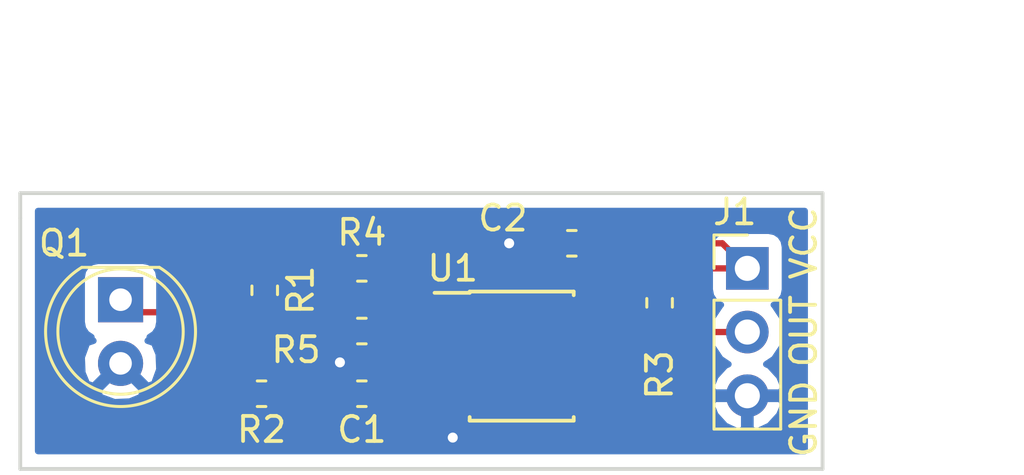
<source format=kicad_pcb>
(kicad_pcb (version 20171130) (host pcbnew "(5.0.2)-1")

  (general
    (thickness 1.6)
    (drawings 10)
    (tracks 44)
    (zones 0)
    (modules 10)
    (nets 7)
  )

  (page A4)
  (layers
    (0 F.Cu signal)
    (31 B.Cu signal hide)
    (32 B.Adhes user)
    (33 F.Adhes user)
    (34 B.Paste user)
    (35 F.Paste user)
    (36 B.SilkS user)
    (37 F.SilkS user)
    (38 B.Mask user)
    (39 F.Mask user)
    (40 Dwgs.User user)
    (41 Cmts.User user)
    (42 Eco1.User user)
    (43 Eco2.User user)
    (44 Edge.Cuts user)
    (45 Margin user)
    (46 B.CrtYd user)
    (47 F.CrtYd user)
    (48 B.Fab user)
    (49 F.Fab user)
  )

  (setup
    (last_trace_width 0.25)
    (trace_clearance 0.2)
    (zone_clearance 0.508)
    (zone_45_only no)
    (trace_min 0.2)
    (segment_width 0.2)
    (edge_width 0.15)
    (via_size 0.8)
    (via_drill 0.4)
    (via_min_size 0.4)
    (via_min_drill 0.3)
    (uvia_size 0.3)
    (uvia_drill 0.1)
    (uvias_allowed no)
    (uvia_min_size 0.2)
    (uvia_min_drill 0.1)
    (pcb_text_width 0.3)
    (pcb_text_size 1.5 1.5)
    (mod_edge_width 0.15)
    (mod_text_size 1 1)
    (mod_text_width 0.15)
    (pad_size 1.524 1.524)
    (pad_drill 0.762)
    (pad_to_mask_clearance 0.051)
    (solder_mask_min_width 0.25)
    (aux_axis_origin 0 0)
    (visible_elements FFFDFF7F)
    (pcbplotparams
      (layerselection 0x010fc_ffffffff)
      (usegerberextensions false)
      (usegerberattributes false)
      (usegerberadvancedattributes false)
      (creategerberjobfile false)
      (excludeedgelayer true)
      (linewidth 0.100000)
      (plotframeref false)
      (viasonmask false)
      (mode 1)
      (useauxorigin false)
      (hpglpennumber 1)
      (hpglpenspeed 20)
      (hpglpendiameter 15.000000)
      (psnegative false)
      (psa4output false)
      (plotreference true)
      (plotvalue true)
      (plotinvisibletext false)
      (padsonsilk false)
      (subtractmaskfromsilk false)
      (outputformat 1)
      (mirror false)
      (drillshape 1)
      (scaleselection 1)
      (outputdirectory ""))
  )

  (net 0 "")
  (net 1 "Net-(C1-Pad1)")
  (net 2 GND)
  (net 3 VCC)
  (net 4 /OUT)
  (net 5 "Net-(Q1-Pad1)")
  (net 6 "Net-(R4-Pad2)")

  (net_class Default "This is the default net class."
    (clearance 0.2)
    (trace_width 0.25)
    (via_dia 0.8)
    (via_drill 0.4)
    (uvia_dia 0.3)
    (uvia_drill 0.1)
    (add_net /OUT)
    (add_net GND)
    (add_net "Net-(C1-Pad1)")
    (add_net "Net-(Q1-Pad1)")
    (add_net "Net-(R4-Pad2)")
    (add_net VCC)
  )

  (module Capacitor_SMD:C_0603_1608Metric_Pad1.05x0.95mm_HandSolder (layer F.Cu) (tedit 5B301BBE) (tstamp 5D313643)
    (at 147.625 107 180)
    (descr "Capacitor SMD 0603 (1608 Metric), square (rectangular) end terminal, IPC_7351 nominal with elongated pad for handsoldering. (Body size source: http://www.tortai-tech.com/upload/download/2011102023233369053.pdf), generated with kicad-footprint-generator")
    (tags "capacitor handsolder")
    (path /5D249CCC)
    (attr smd)
    (fp_text reference C1 (at 0 -1.43 180) (layer F.SilkS)
      (effects (font (size 1 1) (thickness 0.15)))
    )
    (fp_text value 100n (at 0 1.43 180) (layer F.Fab)
      (effects (font (size 1 1) (thickness 0.15)))
    )
    (fp_line (start -0.8 0.4) (end -0.8 -0.4) (layer F.Fab) (width 0.1))
    (fp_line (start -0.8 -0.4) (end 0.8 -0.4) (layer F.Fab) (width 0.1))
    (fp_line (start 0.8 -0.4) (end 0.8 0.4) (layer F.Fab) (width 0.1))
    (fp_line (start 0.8 0.4) (end -0.8 0.4) (layer F.Fab) (width 0.1))
    (fp_line (start -0.171267 -0.51) (end 0.171267 -0.51) (layer F.SilkS) (width 0.12))
    (fp_line (start -0.171267 0.51) (end 0.171267 0.51) (layer F.SilkS) (width 0.12))
    (fp_line (start -1.65 0.73) (end -1.65 -0.73) (layer F.CrtYd) (width 0.05))
    (fp_line (start -1.65 -0.73) (end 1.65 -0.73) (layer F.CrtYd) (width 0.05))
    (fp_line (start 1.65 -0.73) (end 1.65 0.73) (layer F.CrtYd) (width 0.05))
    (fp_line (start 1.65 0.73) (end -1.65 0.73) (layer F.CrtYd) (width 0.05))
    (fp_text user %R (at 0 0 180) (layer F.Fab)
      (effects (font (size 0.4 0.4) (thickness 0.06)))
    )
    (pad 1 smd roundrect (at -0.875 0 180) (size 1.05 0.95) (layers F.Cu F.Paste F.Mask) (roundrect_rratio 0.25)
      (net 1 "Net-(C1-Pad1)"))
    (pad 2 smd roundrect (at 0.875 0 180) (size 1.05 0.95) (layers F.Cu F.Paste F.Mask) (roundrect_rratio 0.25)
      (net 2 GND))
    (model ${KISYS3DMOD}/Capacitor_SMD.3dshapes/C_0603_1608Metric.wrl
      (at (xyz 0 0 0))
      (scale (xyz 1 1 1))
      (rotate (xyz 0 0 0))
    )
  )

  (module Connector_PinHeader_2.54mm:PinHeader_1x03_P2.54mm_Vertical (layer F.Cu) (tedit 59FED5CC) (tstamp 5D31365A)
    (at 163 102)
    (descr "Through hole straight pin header, 1x03, 2.54mm pitch, single row")
    (tags "Through hole pin header THT 1x03 2.54mm single row")
    (path /5D24BFD5)
    (fp_text reference J1 (at -0.5 -2.25) (layer F.SilkS)
      (effects (font (size 1 1) (thickness 0.15)))
    )
    (fp_text value Conn_01x03 (at 0 7.41) (layer F.Fab)
      (effects (font (size 1 1) (thickness 0.15)))
    )
    (fp_line (start -0.635 -1.27) (end 1.27 -1.27) (layer F.Fab) (width 0.1))
    (fp_line (start 1.27 -1.27) (end 1.27 6.35) (layer F.Fab) (width 0.1))
    (fp_line (start 1.27 6.35) (end -1.27 6.35) (layer F.Fab) (width 0.1))
    (fp_line (start -1.27 6.35) (end -1.27 -0.635) (layer F.Fab) (width 0.1))
    (fp_line (start -1.27 -0.635) (end -0.635 -1.27) (layer F.Fab) (width 0.1))
    (fp_line (start -1.33 6.41) (end 1.33 6.41) (layer F.SilkS) (width 0.12))
    (fp_line (start -1.33 1.27) (end -1.33 6.41) (layer F.SilkS) (width 0.12))
    (fp_line (start 1.33 1.27) (end 1.33 6.41) (layer F.SilkS) (width 0.12))
    (fp_line (start -1.33 1.27) (end 1.33 1.27) (layer F.SilkS) (width 0.12))
    (fp_line (start -1.33 0) (end -1.33 -1.33) (layer F.SilkS) (width 0.12))
    (fp_line (start -1.33 -1.33) (end 0 -1.33) (layer F.SilkS) (width 0.12))
    (fp_line (start -1.8 -1.8) (end -1.8 6.85) (layer F.CrtYd) (width 0.05))
    (fp_line (start -1.8 6.85) (end 1.8 6.85) (layer F.CrtYd) (width 0.05))
    (fp_line (start 1.8 6.85) (end 1.8 -1.8) (layer F.CrtYd) (width 0.05))
    (fp_line (start 1.8 -1.8) (end -1.8 -1.8) (layer F.CrtYd) (width 0.05))
    (fp_text user %R (at 0 2.54 90) (layer F.Fab)
      (effects (font (size 1 1) (thickness 0.15)))
    )
    (pad 1 thru_hole rect (at 0 0) (size 1.7 1.7) (drill 1) (layers *.Cu *.Mask)
      (net 3 VCC))
    (pad 2 thru_hole oval (at 0 2.54) (size 1.7 1.7) (drill 1) (layers *.Cu *.Mask)
      (net 4 /OUT))
    (pad 3 thru_hole oval (at 0 5.08) (size 1.7 1.7) (drill 1) (layers *.Cu *.Mask)
      (net 2 GND))
    (model ${KISYS3DMOD}/Connector_PinHeader_2.54mm.3dshapes/PinHeader_1x03_P2.54mm_Vertical.wrl
      (at (xyz 0 0 0))
      (scale (xyz 1 1 1))
      (rotate (xyz 0 0 0))
    )
  )

  (module LED_THT:LED_D5.0mm (layer F.Cu) (tedit 5995936A) (tstamp 5D31366C)
    (at 138 103.25 270)
    (descr "LED, diameter 5.0mm, 2 pins, http://cdn-reichelt.de/documents/datenblatt/A500/LL-504BC2E-009.pdf")
    (tags "LED diameter 5.0mm 2 pins")
    (path /5D24A385)
    (fp_text reference Q1 (at -2.25 2.25) (layer F.SilkS)
      (effects (font (size 1 1) (thickness 0.15)))
    )
    (fp_text value NPN (at 1.27 3.96 270) (layer F.Fab)
      (effects (font (size 1 1) (thickness 0.15)))
    )
    (fp_arc (start 1.27 0) (end -1.23 -1.469694) (angle 299.1) (layer F.Fab) (width 0.1))
    (fp_arc (start 1.27 0) (end -1.29 -1.54483) (angle 148.9) (layer F.SilkS) (width 0.12))
    (fp_arc (start 1.27 0) (end -1.29 1.54483) (angle -148.9) (layer F.SilkS) (width 0.12))
    (fp_circle (center 1.27 0) (end 3.77 0) (layer F.Fab) (width 0.1))
    (fp_circle (center 1.27 0) (end 3.77 0) (layer F.SilkS) (width 0.12))
    (fp_line (start -1.23 -1.469694) (end -1.23 1.469694) (layer F.Fab) (width 0.1))
    (fp_line (start -1.29 -1.545) (end -1.29 1.545) (layer F.SilkS) (width 0.12))
    (fp_line (start -1.95 -3.25) (end -1.95 3.25) (layer F.CrtYd) (width 0.05))
    (fp_line (start -1.95 3.25) (end 4.5 3.25) (layer F.CrtYd) (width 0.05))
    (fp_line (start 4.5 3.25) (end 4.5 -3.25) (layer F.CrtYd) (width 0.05))
    (fp_line (start 4.5 -3.25) (end -1.95 -3.25) (layer F.CrtYd) (width 0.05))
    (fp_text user %R (at 1.25 0 270) (layer F.Fab)
      (effects (font (size 0.8 0.8) (thickness 0.2)))
    )
    (pad 1 thru_hole rect (at 0 0 270) (size 1.8 1.8) (drill 0.9) (layers *.Cu *.Mask)
      (net 5 "Net-(Q1-Pad1)"))
    (pad 2 thru_hole circle (at 2.54 0 270) (size 1.8 1.8) (drill 0.9) (layers *.Cu *.Mask)
      (net 2 GND))
    (model ${KISYS3DMOD}/LED_THT.3dshapes/LED_D5.0mm.wrl
      (at (xyz 0 0 0))
      (scale (xyz 1 1 1))
      (rotate (xyz 0 0 0))
    )
  )

  (module Resistor_SMD:R_0603_1608Metric_Pad1.05x0.95mm_HandSolder (layer F.Cu) (tedit 5B301BBD) (tstamp 5D31367D)
    (at 143.75 102.875 270)
    (descr "Resistor SMD 0603 (1608 Metric), square (rectangular) end terminal, IPC_7351 nominal with elongated pad for handsoldering. (Body size source: http://www.tortai-tech.com/upload/download/2011102023233369053.pdf), generated with kicad-footprint-generator")
    (tags "resistor handsolder")
    (path /5D249C22)
    (attr smd)
    (fp_text reference R1 (at 0 -1.43 270) (layer F.SilkS)
      (effects (font (size 1 1) (thickness 0.15)))
    )
    (fp_text value 10k (at 0 1.43 270) (layer F.Fab)
      (effects (font (size 1 1) (thickness 0.15)))
    )
    (fp_line (start -0.8 0.4) (end -0.8 -0.4) (layer F.Fab) (width 0.1))
    (fp_line (start -0.8 -0.4) (end 0.8 -0.4) (layer F.Fab) (width 0.1))
    (fp_line (start 0.8 -0.4) (end 0.8 0.4) (layer F.Fab) (width 0.1))
    (fp_line (start 0.8 0.4) (end -0.8 0.4) (layer F.Fab) (width 0.1))
    (fp_line (start -0.171267 -0.51) (end 0.171267 -0.51) (layer F.SilkS) (width 0.12))
    (fp_line (start -0.171267 0.51) (end 0.171267 0.51) (layer F.SilkS) (width 0.12))
    (fp_line (start -1.65 0.73) (end -1.65 -0.73) (layer F.CrtYd) (width 0.05))
    (fp_line (start -1.65 -0.73) (end 1.65 -0.73) (layer F.CrtYd) (width 0.05))
    (fp_line (start 1.65 -0.73) (end 1.65 0.73) (layer F.CrtYd) (width 0.05))
    (fp_line (start 1.65 0.73) (end -1.65 0.73) (layer F.CrtYd) (width 0.05))
    (fp_text user %R (at 0 0 270) (layer F.Fab)
      (effects (font (size 0.4 0.4) (thickness 0.06)))
    )
    (pad 1 smd roundrect (at -0.875 0 270) (size 1.05 0.95) (layers F.Cu F.Paste F.Mask) (roundrect_rratio 0.25)
      (net 3 VCC))
    (pad 2 smd roundrect (at 0.875 0 270) (size 1.05 0.95) (layers F.Cu F.Paste F.Mask) (roundrect_rratio 0.25)
      (net 5 "Net-(Q1-Pad1)"))
    (model ${KISYS3DMOD}/Resistor_SMD.3dshapes/R_0603_1608Metric.wrl
      (at (xyz 0 0 0))
      (scale (xyz 1 1 1))
      (rotate (xyz 0 0 0))
    )
  )

  (module Resistor_SMD:R_0603_1608Metric_Pad1.05x0.95mm_HandSolder (layer F.Cu) (tedit 5B301BBD) (tstamp 5D31368E)
    (at 143.625 107 180)
    (descr "Resistor SMD 0603 (1608 Metric), square (rectangular) end terminal, IPC_7351 nominal with elongated pad for handsoldering. (Body size source: http://www.tortai-tech.com/upload/download/2011102023233369053.pdf), generated with kicad-footprint-generator")
    (tags "resistor handsolder")
    (path /5D24A0F5)
    (attr smd)
    (fp_text reference R2 (at 0 -1.43 180) (layer F.SilkS)
      (effects (font (size 1 1) (thickness 0.15)))
    )
    (fp_text value 10k (at 0 1.43 180) (layer F.Fab)
      (effects (font (size 1 1) (thickness 0.15)))
    )
    (fp_text user %R (at 0 0 180) (layer F.Fab)
      (effects (font (size 0.4 0.4) (thickness 0.06)))
    )
    (fp_line (start 1.65 0.73) (end -1.65 0.73) (layer F.CrtYd) (width 0.05))
    (fp_line (start 1.65 -0.73) (end 1.65 0.73) (layer F.CrtYd) (width 0.05))
    (fp_line (start -1.65 -0.73) (end 1.65 -0.73) (layer F.CrtYd) (width 0.05))
    (fp_line (start -1.65 0.73) (end -1.65 -0.73) (layer F.CrtYd) (width 0.05))
    (fp_line (start -0.171267 0.51) (end 0.171267 0.51) (layer F.SilkS) (width 0.12))
    (fp_line (start -0.171267 -0.51) (end 0.171267 -0.51) (layer F.SilkS) (width 0.12))
    (fp_line (start 0.8 0.4) (end -0.8 0.4) (layer F.Fab) (width 0.1))
    (fp_line (start 0.8 -0.4) (end 0.8 0.4) (layer F.Fab) (width 0.1))
    (fp_line (start -0.8 -0.4) (end 0.8 -0.4) (layer F.Fab) (width 0.1))
    (fp_line (start -0.8 0.4) (end -0.8 -0.4) (layer F.Fab) (width 0.1))
    (pad 2 smd roundrect (at 0.875 0 180) (size 1.05 0.95) (layers F.Cu F.Paste F.Mask) (roundrect_rratio 0.25)
      (net 5 "Net-(Q1-Pad1)"))
    (pad 1 smd roundrect (at -0.875 0 180) (size 1.05 0.95) (layers F.Cu F.Paste F.Mask) (roundrect_rratio 0.25)
      (net 1 "Net-(C1-Pad1)"))
    (model ${KISYS3DMOD}/Resistor_SMD.3dshapes/R_0603_1608Metric.wrl
      (at (xyz 0 0 0))
      (scale (xyz 1 1 1))
      (rotate (xyz 0 0 0))
    )
  )

  (module Resistor_SMD:R_0603_1608Metric_Pad1.05x0.95mm_HandSolder (layer F.Cu) (tedit 5B301BBD) (tstamp 5D31369F)
    (at 159.5 103.375 270)
    (descr "Resistor SMD 0603 (1608 Metric), square (rectangular) end terminal, IPC_7351 nominal with elongated pad for handsoldering. (Body size source: http://www.tortai-tech.com/upload/download/2011102023233369053.pdf), generated with kicad-footprint-generator")
    (tags "resistor handsolder")
    (path /5D24AE13)
    (attr smd)
    (fp_text reference R3 (at 2.875 0 270) (layer F.SilkS)
      (effects (font (size 1 1) (thickness 0.15)))
    )
    (fp_text value 10k (at 0 1.43 270) (layer F.Fab)
      (effects (font (size 1 1) (thickness 0.15)))
    )
    (fp_line (start -0.8 0.4) (end -0.8 -0.4) (layer F.Fab) (width 0.1))
    (fp_line (start -0.8 -0.4) (end 0.8 -0.4) (layer F.Fab) (width 0.1))
    (fp_line (start 0.8 -0.4) (end 0.8 0.4) (layer F.Fab) (width 0.1))
    (fp_line (start 0.8 0.4) (end -0.8 0.4) (layer F.Fab) (width 0.1))
    (fp_line (start -0.171267 -0.51) (end 0.171267 -0.51) (layer F.SilkS) (width 0.12))
    (fp_line (start -0.171267 0.51) (end 0.171267 0.51) (layer F.SilkS) (width 0.12))
    (fp_line (start -1.65 0.73) (end -1.65 -0.73) (layer F.CrtYd) (width 0.05))
    (fp_line (start -1.65 -0.73) (end 1.65 -0.73) (layer F.CrtYd) (width 0.05))
    (fp_line (start 1.65 -0.73) (end 1.65 0.73) (layer F.CrtYd) (width 0.05))
    (fp_line (start 1.65 0.73) (end -1.65 0.73) (layer F.CrtYd) (width 0.05))
    (fp_text user %R (at 0 0 270) (layer F.Fab)
      (effects (font (size 0.4 0.4) (thickness 0.06)))
    )
    (pad 1 smd roundrect (at -0.875 0 270) (size 1.05 0.95) (layers F.Cu F.Paste F.Mask) (roundrect_rratio 0.25)
      (net 3 VCC))
    (pad 2 smd roundrect (at 0.875 0 270) (size 1.05 0.95) (layers F.Cu F.Paste F.Mask) (roundrect_rratio 0.25)
      (net 4 /OUT))
    (model ${KISYS3DMOD}/Resistor_SMD.3dshapes/R_0603_1608Metric.wrl
      (at (xyz 0 0 0))
      (scale (xyz 1 1 1))
      (rotate (xyz 0 0 0))
    )
  )

  (module Resistor_SMD:R_0603_1608Metric_Pad1.05x0.95mm_HandSolder (layer F.Cu) (tedit 5B301BBD) (tstamp 5D3136B0)
    (at 147.625 102)
    (descr "Resistor SMD 0603 (1608 Metric), square (rectangular) end terminal, IPC_7351 nominal with elongated pad for handsoldering. (Body size source: http://www.tortai-tech.com/upload/download/2011102023233369053.pdf), generated with kicad-footprint-generator")
    (tags "resistor handsolder")
    (path /5D24CE01)
    (attr smd)
    (fp_text reference R4 (at 0 -1.43) (layer F.SilkS)
      (effects (font (size 1 1) (thickness 0.15)))
    )
    (fp_text value 1k (at 0 1.43) (layer F.Fab)
      (effects (font (size 1 1) (thickness 0.15)))
    )
    (fp_line (start -0.8 0.4) (end -0.8 -0.4) (layer F.Fab) (width 0.1))
    (fp_line (start -0.8 -0.4) (end 0.8 -0.4) (layer F.Fab) (width 0.1))
    (fp_line (start 0.8 -0.4) (end 0.8 0.4) (layer F.Fab) (width 0.1))
    (fp_line (start 0.8 0.4) (end -0.8 0.4) (layer F.Fab) (width 0.1))
    (fp_line (start -0.171267 -0.51) (end 0.171267 -0.51) (layer F.SilkS) (width 0.12))
    (fp_line (start -0.171267 0.51) (end 0.171267 0.51) (layer F.SilkS) (width 0.12))
    (fp_line (start -1.65 0.73) (end -1.65 -0.73) (layer F.CrtYd) (width 0.05))
    (fp_line (start -1.65 -0.73) (end 1.65 -0.73) (layer F.CrtYd) (width 0.05))
    (fp_line (start 1.65 -0.73) (end 1.65 0.73) (layer F.CrtYd) (width 0.05))
    (fp_line (start 1.65 0.73) (end -1.65 0.73) (layer F.CrtYd) (width 0.05))
    (fp_text user %R (at 0 0) (layer F.Fab)
      (effects (font (size 0.4 0.4) (thickness 0.06)))
    )
    (pad 1 smd roundrect (at -0.875 0) (size 1.05 0.95) (layers F.Cu F.Paste F.Mask) (roundrect_rratio 0.25)
      (net 5 "Net-(Q1-Pad1)"))
    (pad 2 smd roundrect (at 0.875 0) (size 1.05 0.95) (layers F.Cu F.Paste F.Mask) (roundrect_rratio 0.25)
      (net 6 "Net-(R4-Pad2)"))
    (model ${KISYS3DMOD}/Resistor_SMD.3dshapes/R_0603_1608Metric.wrl
      (at (xyz 0 0 0))
      (scale (xyz 1 1 1))
      (rotate (xyz 0 0 0))
    )
  )

  (module Resistor_SMD:R_0603_1608Metric_Pad1.05x0.95mm_HandSolder (layer F.Cu) (tedit 5B301BBD) (tstamp 5D314770)
    (at 147.625 104.5 180)
    (descr "Resistor SMD 0603 (1608 Metric), square (rectangular) end terminal, IPC_7351 nominal with elongated pad for handsoldering. (Body size source: http://www.tortai-tech.com/upload/download/2011102023233369053.pdf), generated with kicad-footprint-generator")
    (tags "resistor handsolder")
    (path /5D24CD94)
    (attr smd)
    (fp_text reference R5 (at 2.625 -0.75 180) (layer F.SilkS)
      (effects (font (size 1 1) (thickness 0.15)))
    )
    (fp_text value 50k (at 0 1.43 180) (layer F.Fab)
      (effects (font (size 1 1) (thickness 0.15)))
    )
    (fp_text user %R (at 0 0 180) (layer F.Fab)
      (effects (font (size 0.4 0.4) (thickness 0.06)))
    )
    (fp_line (start 1.65 0.73) (end -1.65 0.73) (layer F.CrtYd) (width 0.05))
    (fp_line (start 1.65 -0.73) (end 1.65 0.73) (layer F.CrtYd) (width 0.05))
    (fp_line (start -1.65 -0.73) (end 1.65 -0.73) (layer F.CrtYd) (width 0.05))
    (fp_line (start -1.65 0.73) (end -1.65 -0.73) (layer F.CrtYd) (width 0.05))
    (fp_line (start -0.171267 0.51) (end 0.171267 0.51) (layer F.SilkS) (width 0.12))
    (fp_line (start -0.171267 -0.51) (end 0.171267 -0.51) (layer F.SilkS) (width 0.12))
    (fp_line (start 0.8 0.4) (end -0.8 0.4) (layer F.Fab) (width 0.1))
    (fp_line (start 0.8 -0.4) (end 0.8 0.4) (layer F.Fab) (width 0.1))
    (fp_line (start -0.8 -0.4) (end 0.8 -0.4) (layer F.Fab) (width 0.1))
    (fp_line (start -0.8 0.4) (end -0.8 -0.4) (layer F.Fab) (width 0.1))
    (pad 2 smd roundrect (at 0.875 0 180) (size 1.05 0.95) (layers F.Cu F.Paste F.Mask) (roundrect_rratio 0.25)
      (net 2 GND))
    (pad 1 smd roundrect (at -0.875 0 180) (size 1.05 0.95) (layers F.Cu F.Paste F.Mask) (roundrect_rratio 0.25)
      (net 6 "Net-(R4-Pad2)"))
    (model ${KISYS3DMOD}/Resistor_SMD.3dshapes/R_0603_1608Metric.wrl
      (at (xyz 0 0 0))
      (scale (xyz 1 1 1))
      (rotate (xyz 0 0 0))
    )
  )

  (module Package_SO:SOIC-8_3.9x4.9mm_P1.27mm (layer F.Cu) (tedit 5D24B8E1) (tstamp 5D314229)
    (at 154 105.5)
    (descr "8-Lead Plastic Small Outline (SN) - Narrow, 3.90 mm Body [SOIC] (see Microchip Packaging Specification http://ww1.microchip.com/downloads/en/PackagingSpec/00000049BQ.pdf)")
    (tags "SOIC 1.27")
    (path /5D249DDC)
    (attr smd)
    (fp_text reference U1 (at -2.75 -3.5) (layer F.SilkS)
      (effects (font (size 1 1) (thickness 0.15)))
    )
    (fp_text value LM393 (at 0 3.5) (layer F.Fab)
      (effects (font (size 1 1) (thickness 0.15)))
    )
    (fp_line (start -2.075 -2.525) (end -3.475 -2.525) (layer F.SilkS) (width 0.15))
    (fp_line (start -2.075 2.575) (end 2.075 2.575) (layer F.SilkS) (width 0.15))
    (fp_line (start -2.075 -2.575) (end 2.075 -2.575) (layer F.SilkS) (width 0.15))
    (fp_line (start -2.075 2.575) (end -2.075 2.43) (layer F.SilkS) (width 0.15))
    (fp_line (start 2.075 2.575) (end 2.075 2.43) (layer F.SilkS) (width 0.15))
    (fp_line (start 2.075 -2.575) (end 2.075 -2.43) (layer F.SilkS) (width 0.15))
    (fp_line (start -2.075 -2.575) (end -2.075 -2.525) (layer F.SilkS) (width 0.15))
    (fp_line (start -3.73 2.7) (end 3.73 2.7) (layer F.CrtYd) (width 0.05))
    (fp_line (start -3.73 -2.7) (end 3.73 -2.7) (layer F.CrtYd) (width 0.05))
    (fp_line (start 3.73 -2.7) (end 3.73 2.7) (layer F.CrtYd) (width 0.05))
    (fp_line (start -3.73 -2.7) (end -3.73 2.7) (layer F.CrtYd) (width 0.05))
    (fp_line (start -1.95 -1.45) (end -0.95 -2.45) (layer F.Fab) (width 0.1))
    (fp_line (start -1.95 2.45) (end -1.95 -1.45) (layer F.Fab) (width 0.1))
    (fp_line (start 1.95 2.45) (end -1.95 2.45) (layer F.Fab) (width 0.1))
    (fp_line (start 1.95 -2.45) (end 1.95 2.45) (layer F.Fab) (width 0.1))
    (fp_line (start -0.95 -2.45) (end 1.95 -2.45) (layer F.Fab) (width 0.1))
    (fp_text user %R (at 0 0) (layer F.Fab)
      (effects (font (size 1 1) (thickness 0.15)))
    )
    (pad 8 smd rect (at 2.7 -1.905) (size 1.55 0.6) (layers F.Cu F.Paste F.Mask)
      (net 3 VCC))
    (pad 7 smd rect (at 2.7 -0.635) (size 1.55 0.6) (layers F.Cu F.Paste F.Mask))
    (pad 6 smd rect (at 2.7 0.635) (size 1.55 0.6) (layers F.Cu F.Paste F.Mask))
    (pad 5 smd rect (at 2.7 1.905) (size 1.55 0.6) (layers F.Cu F.Paste F.Mask))
    (pad 4 smd rect (at -2.7 1.905) (size 1.55 0.6) (layers F.Cu F.Paste F.Mask)
      (net 2 GND))
    (pad 3 smd rect (at -2.7 0.635) (size 1.55 0.6) (layers F.Cu F.Paste F.Mask)
      (net 1 "Net-(C1-Pad1)"))
    (pad 2 smd rect (at -2.7 -0.635) (size 1.55 0.6) (layers F.Cu F.Paste F.Mask)
      (net 6 "Net-(R4-Pad2)"))
    (pad 1 smd rect (at -2.7 -1.905) (size 1.55 0.6) (layers F.Cu F.Paste F.Mask)
      (net 4 /OUT))
    (model ${KISYS3DMOD}/Package_SO.3dshapes/SOIC-8_3.9x4.9mm_P1.27mm.wrl
      (at (xyz 0 0 0))
      (scale (xyz 1 1 1))
      (rotate (xyz 0 0 0))
    )
  )

  (module Capacitor_SMD:C_0603_1608Metric_Pad1.05x0.95mm_HandSolder (layer F.Cu) (tedit 5B301BBE) (tstamp 5D3146AD)
    (at 156 101 180)
    (descr "Capacitor SMD 0603 (1608 Metric), square (rectangular) end terminal, IPC_7351 nominal with elongated pad for handsoldering. (Body size source: http://www.tortai-tech.com/upload/download/2011102023233369053.pdf), generated with kicad-footprint-generator")
    (tags "capacitor handsolder")
    (path /5D253B34)
    (attr smd)
    (fp_text reference C2 (at 2.75 1 180) (layer F.SilkS)
      (effects (font (size 1 1) (thickness 0.15)))
    )
    (fp_text value 100n (at 0 1.43 180) (layer F.Fab)
      (effects (font (size 1 1) (thickness 0.15)))
    )
    (fp_line (start -0.8 0.4) (end -0.8 -0.4) (layer F.Fab) (width 0.1))
    (fp_line (start -0.8 -0.4) (end 0.8 -0.4) (layer F.Fab) (width 0.1))
    (fp_line (start 0.8 -0.4) (end 0.8 0.4) (layer F.Fab) (width 0.1))
    (fp_line (start 0.8 0.4) (end -0.8 0.4) (layer F.Fab) (width 0.1))
    (fp_line (start -0.171267 -0.51) (end 0.171267 -0.51) (layer F.SilkS) (width 0.12))
    (fp_line (start -0.171267 0.51) (end 0.171267 0.51) (layer F.SilkS) (width 0.12))
    (fp_line (start -1.65 0.73) (end -1.65 -0.73) (layer F.CrtYd) (width 0.05))
    (fp_line (start -1.65 -0.73) (end 1.65 -0.73) (layer F.CrtYd) (width 0.05))
    (fp_line (start 1.65 -0.73) (end 1.65 0.73) (layer F.CrtYd) (width 0.05))
    (fp_line (start 1.65 0.73) (end -1.65 0.73) (layer F.CrtYd) (width 0.05))
    (fp_text user %R (at 0 0 180) (layer F.Fab)
      (effects (font (size 0.4 0.4) (thickness 0.06)))
    )
    (pad 1 smd roundrect (at -0.875 0 180) (size 1.05 0.95) (layers F.Cu F.Paste F.Mask) (roundrect_rratio 0.25)
      (net 3 VCC))
    (pad 2 smd roundrect (at 0.875 0 180) (size 1.05 0.95) (layers F.Cu F.Paste F.Mask) (roundrect_rratio 0.25)
      (net 2 GND))
    (model ${KISYS3DMOD}/Capacitor_SMD.3dshapes/C_0603_1608Metric.wrl
      (at (xyz 0 0 0))
      (scale (xyz 1 1 1))
      (rotate (xyz 0 0 0))
    )
  )

  (gr_text GND (at 165.25 108 90) (layer F.SilkS) (tstamp 5D314719)
    (effects (font (size 1 1) (thickness 0.15)))
  )
  (gr_text OUT (at 165.25 104.5 90) (layer F.SilkS) (tstamp 5D314715)
    (effects (font (size 1 1) (thickness 0.15)))
  )
  (gr_text VCC (at 165.25 101 90) (layer F.SilkS)
    (effects (font (size 1 1) (thickness 0.15)))
  )
  (dimension 11 (width 0.3) (layer Cmts.User)
    (gr_text "11.000 mm" (at 172.1 104.5 270) (layer Cmts.User)
      (effects (font (size 1.5 1.5) (thickness 0.3)))
    )
    (feature1 (pts (xy 167 110) (xy 170.586421 110)))
    (feature2 (pts (xy 167 99) (xy 170.586421 99)))
    (crossbar (pts (xy 170 99) (xy 170 110)))
    (arrow1a (pts (xy 170 110) (xy 169.413579 108.873496)))
    (arrow1b (pts (xy 170 110) (xy 170.586421 108.873496)))
    (arrow2a (pts (xy 170 99) (xy 169.413579 100.126504)))
    (arrow2b (pts (xy 170 99) (xy 170.586421 100.126504)))
  )
  (dimension 32 (width 0.3) (layer Cmts.User)
    (gr_text "32.000 mm" (at 150 92.4) (layer Cmts.User)
      (effects (font (size 1.5 1.5) (thickness 0.3)))
    )
    (feature1 (pts (xy 166 98) (xy 166 93.913579)))
    (feature2 (pts (xy 134 98) (xy 134 93.913579)))
    (crossbar (pts (xy 134 94.5) (xy 166 94.5)))
    (arrow1a (pts (xy 166 94.5) (xy 164.873496 95.086421)))
    (arrow1b (pts (xy 166 94.5) (xy 164.873496 93.913579)))
    (arrow2a (pts (xy 134 94.5) (xy 135.126504 95.086421)))
    (arrow2b (pts (xy 134 94.5) (xy 135.126504 93.913579)))
  )
  (gr_line (start 134 99) (end 134 100) (layer Edge.Cuts) (width 0.15))
  (gr_line (start 166 99) (end 134 99) (layer Edge.Cuts) (width 0.15))
  (gr_line (start 134 110) (end 134 100) (layer Edge.Cuts) (width 0.15))
  (gr_line (start 166 110) (end 134 110) (layer Edge.Cuts) (width 0.15))
  (gr_line (start 166 99) (end 166 110) (layer Edge.Cuts) (width 0.15))

  (segment (start 144.5 107) (end 144.5 108) (width 0.25) (layer F.Cu) (net 1))
  (segment (start 144.5 108) (end 145 108.5) (width 0.25) (layer F.Cu) (net 1))
  (segment (start 145 108.5) (end 148 108.5) (width 0.25) (layer F.Cu) (net 1))
  (segment (start 148.5 108) (end 148.5 107) (width 0.25) (layer F.Cu) (net 1))
  (segment (start 148 108.5) (end 148.5 108) (width 0.25) (layer F.Cu) (net 1))
  (segment (start 149.365 106.135) (end 148.5 107) (width 0.25) (layer F.Cu) (net 1))
  (segment (start 151.3 106.135) (end 149.365 106.135) (width 0.25) (layer F.Cu) (net 1))
  (via (at 146.75 105.75) (size 0.8) (drill 0.4) (layers F.Cu B.Cu) (net 2))
  (segment (start 146.75 107) (end 146.75 105.75) (width 0.25) (layer F.Cu) (net 2))
  (segment (start 146.75 105.75) (end 146.75 104.5) (width 0.25) (layer B.Cu) (net 2))
  (segment (start 146.75 104.5) (end 146.75 105.75) (width 0.25) (layer F.Cu) (net 2))
  (via (at 151.25 108.75) (size 0.8) (drill 0.4) (layers F.Cu B.Cu) (net 2))
  (segment (start 151.3 107.405) (end 151.3 108.7) (width 0.25) (layer F.Cu) (net 2))
  (segment (start 151.3 108.7) (end 151.25 108.75) (width 0.25) (layer F.Cu) (net 2))
  (via (at 153.5 101) (size 0.8) (drill 0.4) (layers F.Cu B.Cu) (net 2))
  (segment (start 155.125 101) (end 153.5 101) (width 0.25) (layer F.Cu) (net 2))
  (segment (start 160 102) (end 159.5 102.5) (width 0.25) (layer F.Cu) (net 3))
  (segment (start 163 102) (end 160 102) (width 0.25) (layer F.Cu) (net 3))
  (segment (start 159.405 102.595) (end 159.5 102.5) (width 0.25) (layer F.Cu) (net 3))
  (segment (start 162 101) (end 163 102) (width 0.25) (layer F.Cu) (net 3))
  (segment (start 156.7 101.175) (end 156.875 101) (width 0.25) (layer F.Cu) (net 3))
  (segment (start 156.7 103.595) (end 156.7 101.175) (width 0.25) (layer F.Cu) (net 3))
  (segment (start 159 101) (end 162 101) (width 0.25) (layer F.Cu) (net 3))
  (segment (start 156.875 101) (end 159 101) (width 0.25) (layer F.Cu) (net 3))
  (segment (start 145.25 100.5) (end 143.75 102) (width 0.25) (layer F.Cu) (net 3))
  (segment (start 145.75 100) (end 145.25 100.5) (width 0.25) (layer F.Cu) (net 3))
  (segment (start 159 101) (end 158 100) (width 0.25) (layer F.Cu) (net 3))
  (segment (start 158 100) (end 145.75 100) (width 0.25) (layer F.Cu) (net 3))
  (segment (start 159.79 104.54) (end 159.5 104.25) (width 0.25) (layer F.Cu) (net 4))
  (segment (start 163 104.54) (end 159.79 104.54) (width 0.25) (layer F.Cu) (net 4))
  (segment (start 157.739999 104.239999) (end 153.739999 104.239999) (width 0.25) (layer F.Cu) (net 4))
  (segment (start 159.5 104.25) (end 157.75 104.25) (width 0.25) (layer F.Cu) (net 4))
  (segment (start 157.75 104.25) (end 157.739999 104.239999) (width 0.25) (layer F.Cu) (net 4))
  (segment (start 153.095 103.595) (end 151.3 103.595) (width 0.25) (layer F.Cu) (net 4))
  (segment (start 153.739999 104.239999) (end 153.095 103.595) (width 0.25) (layer F.Cu) (net 4))
  (segment (start 142.75 104.75) (end 143.75 103.75) (width 0.25) (layer F.Cu) (net 5))
  (segment (start 142.75 107) (end 142.75 104.75) (width 0.25) (layer F.Cu) (net 5))
  (segment (start 138.5 103.75) (end 138 103.25) (width 0.25) (layer F.Cu) (net 5))
  (segment (start 143.75 103.75) (end 138.5 103.75) (width 0.25) (layer F.Cu) (net 5))
  (segment (start 145 103.75) (end 146.75 102) (width 0.25) (layer F.Cu) (net 5))
  (segment (start 143.75 103.75) (end 145 103.75) (width 0.25) (layer F.Cu) (net 5))
  (segment (start 148.5 102) (end 148.5 104.5) (width 0.25) (layer F.Cu) (net 6))
  (segment (start 148.865 104.865) (end 148.5 104.5) (width 0.25) (layer F.Cu) (net 6))
  (segment (start 151.3 104.865) (end 148.865 104.865) (width 0.25) (layer F.Cu) (net 6))

  (zone (net 2) (net_name GND) (layer B.Cu) (tstamp 5D3147E2) (hatch edge 0.508)
    (connect_pads (clearance 0.508))
    (min_thickness 0.254)
    (fill yes (arc_segments 16) (thermal_gap 0.508) (thermal_bridge_width 0.508))
    (polygon
      (pts
        (xy 166 99) (xy 166 110) (xy 134 110) (xy 134 99)
      )
    )
    (filled_polygon
      (pts
        (xy 165.290001 109.29) (xy 134.71 109.29) (xy 134.71 107.43689) (xy 161.558524 107.43689) (xy 161.728355 107.846924)
        (xy 162.118642 108.275183) (xy 162.643108 108.521486) (xy 162.873 108.400819) (xy 162.873 107.207) (xy 163.127 107.207)
        (xy 163.127 108.400819) (xy 163.356892 108.521486) (xy 163.881358 108.275183) (xy 164.271645 107.846924) (xy 164.441476 107.43689)
        (xy 164.320155 107.207) (xy 163.127 107.207) (xy 162.873 107.207) (xy 161.679845 107.207) (xy 161.558524 107.43689)
        (xy 134.71 107.43689) (xy 134.71 106.870159) (xy 137.099446 106.870159) (xy 137.185852 107.126643) (xy 137.759336 107.336458)
        (xy 138.36946 107.310839) (xy 138.814148 107.126643) (xy 138.900554 106.870159) (xy 138 105.969605) (xy 137.099446 106.870159)
        (xy 134.71 106.870159) (xy 134.71 102.35) (xy 136.45256 102.35) (xy 136.45256 104.15) (xy 136.501843 104.397765)
        (xy 136.642191 104.607809) (xy 136.840114 104.740058) (xy 136.805282 104.77489) (xy 136.919839 104.889447) (xy 136.663357 104.975852)
        (xy 136.453542 105.549336) (xy 136.479161 106.15946) (xy 136.663357 106.604148) (xy 136.919841 106.690554) (xy 137.820395 105.79)
        (xy 137.806253 105.775858) (xy 137.985858 105.596253) (xy 138 105.610395) (xy 138.014143 105.596253) (xy 138.193748 105.775858)
        (xy 138.179605 105.79) (xy 139.080159 106.690554) (xy 139.336643 106.604148) (xy 139.546458 106.030664) (xy 139.520839 105.42054)
        (xy 139.336643 104.975852) (xy 139.080161 104.889447) (xy 139.194718 104.77489) (xy 139.159886 104.740058) (xy 139.357809 104.607809)
        (xy 139.403117 104.54) (xy 161.485908 104.54) (xy 161.601161 105.119418) (xy 161.929375 105.610625) (xy 162.248478 105.823843)
        (xy 162.118642 105.884817) (xy 161.728355 106.313076) (xy 161.558524 106.72311) (xy 161.679845 106.953) (xy 162.873 106.953)
        (xy 162.873 106.933) (xy 163.127 106.933) (xy 163.127 106.953) (xy 164.320155 106.953) (xy 164.441476 106.72311)
        (xy 164.271645 106.313076) (xy 163.881358 105.884817) (xy 163.751522 105.823843) (xy 164.070625 105.610625) (xy 164.398839 105.119418)
        (xy 164.514092 104.54) (xy 164.398839 103.960582) (xy 164.070625 103.469375) (xy 164.052381 103.457184) (xy 164.097765 103.448157)
        (xy 164.307809 103.307809) (xy 164.448157 103.097765) (xy 164.49744 102.85) (xy 164.49744 101.15) (xy 164.448157 100.902235)
        (xy 164.307809 100.692191) (xy 164.097765 100.551843) (xy 163.85 100.50256) (xy 162.15 100.50256) (xy 161.902235 100.551843)
        (xy 161.692191 100.692191) (xy 161.551843 100.902235) (xy 161.50256 101.15) (xy 161.50256 102.85) (xy 161.551843 103.097765)
        (xy 161.692191 103.307809) (xy 161.902235 103.448157) (xy 161.947619 103.457184) (xy 161.929375 103.469375) (xy 161.601161 103.960582)
        (xy 161.485908 104.54) (xy 139.403117 104.54) (xy 139.498157 104.397765) (xy 139.54744 104.15) (xy 139.54744 102.35)
        (xy 139.498157 102.102235) (xy 139.357809 101.892191) (xy 139.147765 101.751843) (xy 138.9 101.70256) (xy 137.1 101.70256)
        (xy 136.852235 101.751843) (xy 136.642191 101.892191) (xy 136.501843 102.102235) (xy 136.45256 102.35) (xy 134.71 102.35)
        (xy 134.71 99.71) (xy 165.29 99.71)
      )
    )
  )
)

</source>
